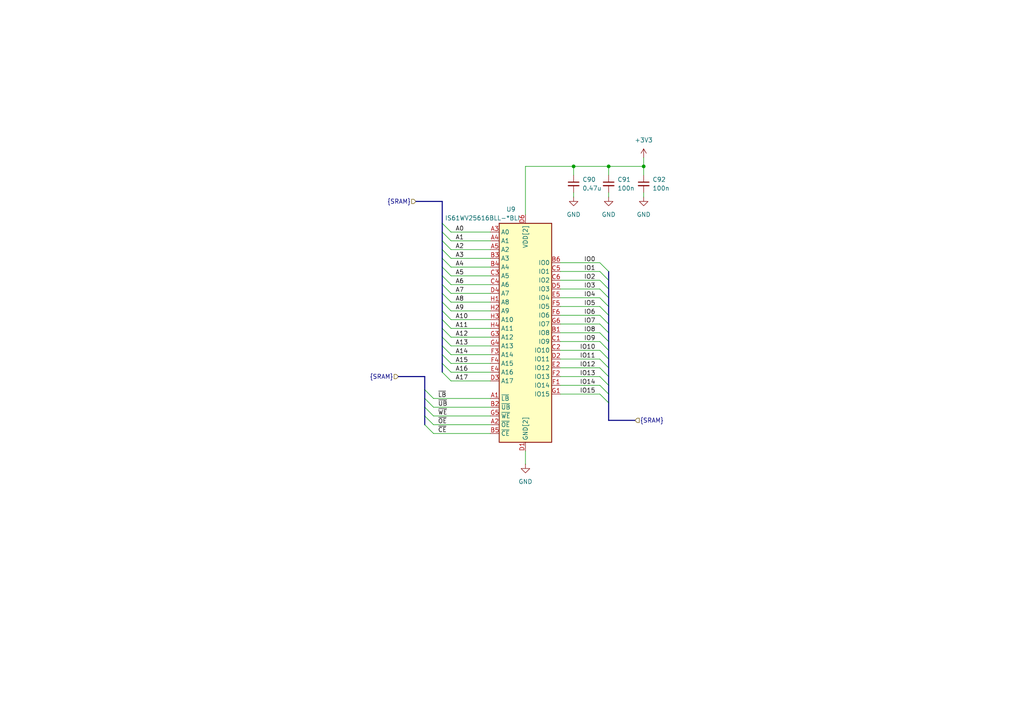
<source format=kicad_sch>
(kicad_sch (version 20231120) (generator "eeschema") (generator_version "8.0")
  (paper "A4")
  (title_block (title "${Project Designation}") (date "2024-06-30") (rev "${Revision}") (comment 1 "${Project Title}") (comment 2 "SRAM") (comment 3 "${Part Number}"))
  (lib_symbols
    (symbol "Device:C_Small" (pin_numbers hide) (pin_names (offset 0.254) hide)
      (property "Reference" "C" (at 0.254 1.778 0))
      (property "Value" "C_Small" (at 0.254 -2.032 0))
      (symbol "C_Small_0_1"
        (polyline (pts (xy -1.524 -0.508) (xy 1.524 -0.508)) (stroke (width 0.3302)))
        (polyline (pts (xy -1.524 0.508) (xy 1.524 0.508)) (stroke (width 0.3048)))
      )
      (symbol "C_Small_1_1"
        (pin passive line (at 0 2.54 270) (length 2.032) (name "~") (number "1"))
        (pin passive line (at 0 -2.54 90) (length 2.032) (name "~") (number "2"))
      )
    )
    (symbol "ECAP5-BSOM:IS61WV25616BLL-*BLI"
      (property "Reference" "U" (at -7.62 31.75 0))
      (property "Value" "IS61WV25616BLL-*BLI" (at 1.27 31.496 0))
      (symbol "IS61WV25616BLL-*BLI_0_1"
        (rectangle (start -7.62 30.48) (end 7.62 -33.02) (stroke (width 0.254)) (fill (type background)))
      )
      (symbol "IS61WV25616BLL-*BLI_1_0"
        (pin no_connect non_logic (at 2.54 -35.56 90) (length 2.54) hide (name "NC[5]") (number ""))
        (pin input line (at -10.16 -20.32 0) (length 2.54) (name "~{LB}") (number "A1"))
        (pin input line (at -10.16 -27.94 0) (length 2.54) (name "~{OE}") (number "A2"))
        (pin input line (at -10.16 27.94 0) (length 2.54) (name "A0") (number "A3"))
        (pin input line (at -10.16 25.4 0) (length 2.54) (name "A1") (number "A4"))
        (pin input line (at -10.16 22.86 0) (length 2.54) (name "A2") (number "A5"))
        (pin no_connect line (at 2.54 -35.56 90) (length 2.54) hide (name "NC") (number "A6"))
        (pin bidirectional line (at 10.16 -1.27 180) (length 2.54) (name "IO8") (number "B1"))
        (pin input line (at -10.16 -22.86 0) (length 2.54) (name "~{UB}") (number "B2"))
        (pin input line (at -10.16 20.32 0) (length 2.54) (name "A3") (number "B3"))
        (pin input line (at -10.16 17.78 0) (length 2.54) (name "A4") (number "B4"))
        (pin input line (at -10.16 -30.48 0) (length 2.54) (name "~{CE}") (number "B5"))
        (pin bidirectional line (at 10.16 19.05 180) (length 2.54) (name "IO0") (number "B6"))
        (pin bidirectional line (at 10.16 -3.81 180) (length 2.54) (name "IO9") (number "C1"))
        (pin bidirectional line (at 10.16 -6.35 180) (length 2.54) (name "IO10") (number "C2"))
        (pin input line (at -10.16 15.24 0) (length 2.54) (name "A5") (number "C3"))
        (pin input line (at -10.16 12.7 0) (length 2.54) (name "A6") (number "C4"))
        (pin bidirectional line (at 10.16 16.51 180) (length 2.54) (name "IO1") (number "C5"))
        (pin bidirectional line (at 10.16 13.97 180) (length 2.54) (name "IO2") (number "C6"))
        (pin power_in line (at 0 -35.56 90) (length 2.54) (name "GND[2]") (number "D1"))
        (pin bidirectional line (at 10.16 -8.89 180) (length 2.54) (name "IO11") (number "D2"))
        (pin input line (at -10.16 -15.24 0) (length 2.54) (name "A17") (number "D3"))
        (pin input line (at -10.16 10.16 0) (length 2.54) (name "A7") (number "D4"))
        (pin bidirectional line (at 10.16 11.43 180) (length 2.54) (name "IO3") (number "D5"))
        (pin power_in line (at 0 33.02 270) (length 2.54) (name "VDD[2]") (number "D6"))
        (pin passive line (at 0 33.02 270) (length 2.54) hide (name "VDD") (number "E1"))
        (pin bidirectional line (at 10.16 -11.43 180) (length 2.54) (name "IO12") (number "E2"))
        (pin no_connect line (at 2.54 -35.56 90) (length 2.54) hide (name "NC") (number "E3"))
        (pin input line (at -10.16 -12.7 0) (length 2.54) (name "A16") (number "E4"))
        (pin bidirectional line (at 10.16 8.89 180) (length 2.54) (name "IO4") (number "E5"))
        (pin passive line (at 0 -35.56 90) (length 2.54) hide (name "GND") (number "E6"))
        (pin bidirectional line (at 10.16 -16.51 180) (length 2.54) (name "IO14") (number "F1"))
        (pin bidirectional line (at 10.16 -13.97 180) (length 2.54) (name "IO13") (number "F2"))
        (pin input line (at -10.16 -7.62 0) (length 2.54) (name "A14") (number "F3"))
        (pin input line (at -10.16 -10.16 0) (length 2.54) (name "A15") (number "F4"))
        (pin bidirectional line (at 10.16 6.35 180) (length 2.54) (name "IO5") (number "F5"))
        (pin bidirectional line (at 10.16 3.81 180) (length 2.54) (name "IO6") (number "F6"))
        (pin bidirectional line (at 10.16 -19.05 180) (length 2.54) (name "IO15") (number "G1"))
        (pin no_connect line (at 2.54 -35.56 90) (length 2.54) hide (name "NC") (number "G2"))
        (pin input line (at -10.16 -2.54 0) (length 2.54) (name "A12") (number "G3"))
        (pin input line (at -10.16 -5.08 0) (length 2.54) (name "A13") (number "G4"))
        (pin input line (at -10.16 -25.4 0) (length 2.54) (name "~{WE}") (number "G5"))
        (pin bidirectional line (at 10.16 1.27 180) (length 2.54) (name "IO7") (number "G6"))
        (pin input line (at -10.16 7.62 0) (length 2.54) (name "A8") (number "H1"))
        (pin no_connect line (at 2.54 -35.56 90) (length 2.54) hide (name "NC") (number "H1"))
        (pin input line (at -10.16 5.08 0) (length 2.54) (name "A9") (number "H2"))
        (pin input line (at -10.16 2.54 0) (length 2.54) (name "A10") (number "H3"))
        (pin input line (at -10.16 0 0) (length 2.54) (name "A11") (number "H4"))
        (pin no_connect line (at 2.54 -35.56 90) (length 2.54) hide (name "NC") (number "H6"))
      )
    )
    (symbol "power:+3V3" (power) (pin_numbers hide) (pin_names (offset 0) hide)
      (property "Value" "+3V3" (at 0 3.556 0))
      (symbol "+3V3_0_1"
        (polyline (pts (xy -0.762 1.27) (xy 0 2.54)))
        (polyline (pts (xy 0 0) (xy 0 2.54)))
        (polyline (pts (xy 0 2.54) (xy 0.762 1.27)))
      )
      (symbol "+3V3_1_1"
        (pin power_in line (at 0 0 90) (length 0) (name "~") (number "1"))
      )
    )
    (symbol "power:GND" (power) (pin_numbers hide) (pin_names (offset 0) hide)
      (property "Value" "GND" (at 0 -3.81 0))
      (symbol "GND_0_1"
        (polyline (pts (xy 0 0) (xy 0 -1.27) (xy 1.27 -1.27) (xy 0 -2.54) (xy -1.27 -1.27) (xy 0 -1.27)))
      )
      (symbol "GND_1_1"
        (pin power_in line (at 0 0 270) (length 0) (name "~") (number "1"))
      )
    )
  )
  (bus_alias "SRAM" (members "~{LB}" "~{UB}" "~{WE}" "~{OE}" "~{CE}" "A[0..17]" "IO[0..15]"))
  (junction (at 186.69 48.26))
  (junction (at 176.53 48.26))
  (junction (at 166.37 48.26))
  (bus_entry (at 128.27 100.33) (size 2.54 2.54))
  (bus_entry (at 176.53 104.14) (size -2.54 -2.54))
  (bus_entry (at 128.27 102.87) (size 2.54 2.54))
  (bus_entry (at 128.27 72.39) (size 2.54 2.54))
  (bus_entry (at 123.19 123.19) (size 2.54 2.54))
  (bus_entry (at 176.53 109.22) (size -2.54 -2.54))
  (bus_entry (at 123.19 113.03) (size 2.54 2.54))
  (bus_entry (at 128.27 90.17) (size 2.54 2.54))
  (bus_entry (at 128.27 105.41) (size 2.54 2.54))
  (bus_entry (at 176.53 99.06) (size -2.54 -2.54))
  (bus_entry (at 128.27 69.85) (size 2.54 2.54))
  (bus_entry (at 176.53 91.44) (size -2.54 -2.54))
  (bus_entry (at 128.27 82.55) (size 2.54 2.54))
  (bus_entry (at 128.27 97.79) (size 2.54 2.54))
  (bus_entry (at 176.53 78.74) (size -2.54 -2.54))
  (bus_entry (at 176.53 86.36) (size -2.54 -2.54))
  (bus_entry (at 176.53 114.3) (size -2.54 -2.54))
  (bus_entry (at 123.19 115.57) (size 2.54 2.54))
  (bus_entry (at 128.27 67.31) (size 2.54 2.54))
  (bus_entry (at 128.27 64.77) (size 2.54 2.54))
  (bus_entry (at 128.27 80.01) (size 2.54 2.54))
  (bus_entry (at 176.53 81.28) (size -2.54 -2.54))
  (bus_entry (at 176.53 116.84) (size -2.54 -2.54))
  (bus_entry (at 128.27 87.63) (size 2.54 2.54))
  (bus_entry (at 176.53 96.52) (size -2.54 -2.54))
  (bus_entry (at 128.27 95.25) (size 2.54 2.54))
  (bus_entry (at 176.53 101.6) (size -2.54 -2.54))
  (bus_entry (at 176.53 93.98) (size -2.54 -2.54))
  (bus_entry (at 128.27 74.93) (size 2.54 2.54))
  (bus_entry (at 176.53 83.82) (size -2.54 -2.54))
  (bus_entry (at 128.27 92.71) (size 2.54 2.54))
  (bus_entry (at 123.19 120.65) (size 2.54 2.54))
  (bus_entry (at 176.53 88.9) (size -2.54 -2.54))
  (bus_entry (at 176.53 106.68) (size -2.54 -2.54))
  (bus_entry (at 128.27 85.09) (size 2.54 2.54))
  (bus_entry (at 128.27 77.47) (size 2.54 2.54))
  (bus_entry (at 176.53 111.76) (size -2.54 -2.54))
  (bus_entry (at 123.19 118.11) (size 2.54 2.54))
  (bus_entry (at 128.27 107.95) (size 2.54 2.54))
  (wire (pts (xy 162.56 104.14) (xy 173.99 104.14)))
  (bus (pts (xy 128.27 92.71) (xy 128.27 90.17)))
  (wire (pts (xy 173.99 96.52) (xy 162.56 96.52)))
  (bus (pts (xy 176.53 101.6) (xy 176.53 99.06)))
  (wire (pts (xy 162.56 78.74) (xy 173.99 78.74)))
  (wire (pts (xy 125.73 123.19) (xy 142.24 123.19)))
  (wire (pts (xy 152.4 48.26) (xy 166.37 48.26)))
  (wire (pts (xy 173.99 81.28) (xy 162.56 81.28)))
  (bus (pts (xy 128.27 74.93) (xy 128.27 72.39)))
  (bus (pts (xy 128.27 97.79) (xy 128.27 95.25)))
  (wire (pts (xy 130.81 95.25) (xy 142.24 95.25)))
  (bus (pts (xy 120.65 58.42) (xy 128.27 58.42)))
  (bus (pts (xy 128.27 102.87) (xy 128.27 100.33)))
  (bus (pts (xy 128.27 100.33) (xy 128.27 97.79)))
  (bus (pts (xy 123.19 113.03) (xy 123.19 115.57)))
  (wire (pts (xy 176.53 48.26) (xy 166.37 48.26)))
  (bus (pts (xy 128.27 72.39) (xy 128.27 69.85)))
  (wire (pts (xy 162.56 109.22) (xy 173.99 109.22)))
  (bus (pts (xy 176.53 96.52) (xy 176.53 93.98)))
  (bus (pts (xy 123.19 109.22) (xy 123.19 113.03)))
  (bus (pts (xy 176.53 88.9) (xy 176.53 86.36)))
  (bus (pts (xy 128.27 90.17) (xy 128.27 87.63)))
  (bus (pts (xy 176.53 116.84) (xy 176.53 114.3)))
  (wire (pts (xy 130.81 107.95) (xy 142.24 107.95)))
  (bus (pts (xy 128.27 67.31) (xy 128.27 64.77)))
  (bus (pts (xy 176.53 111.76) (xy 176.53 109.22)))
  (wire (pts (xy 130.81 92.71) (xy 142.24 92.71)))
  (bus (pts (xy 128.27 77.47) (xy 128.27 74.93)))
  (wire (pts (xy 162.56 93.98) (xy 173.99 93.98)))
  (bus (pts (xy 128.27 80.01) (xy 128.27 77.47)))
  (wire (pts (xy 162.56 99.06) (xy 173.99 99.06)))
  (wire (pts (xy 125.73 120.65) (xy 142.24 120.65)))
  (bus (pts (xy 128.27 69.85) (xy 128.27 67.31)))
  (bus (pts (xy 115.57 109.22) (xy 123.19 109.22)))
  (wire (pts (xy 173.99 76.2) (xy 162.56 76.2)))
  (wire (pts (xy 125.73 115.57) (xy 142.24 115.57)))
  (wire (pts (xy 130.81 97.79) (xy 142.24 97.79)))
  (bus (pts (xy 176.53 114.3) (xy 176.53 111.76)))
  (wire (pts (xy 130.81 80.01) (xy 142.24 80.01)))
  (wire (pts (xy 176.53 48.26) (xy 186.69 48.26)))
  (wire (pts (xy 176.53 55.88) (xy 176.53 57.15)))
  (bus (pts (xy 176.53 104.14) (xy 176.53 101.6)))
  (wire (pts (xy 130.81 82.55) (xy 142.24 82.55)))
  (bus (pts (xy 176.53 109.22) (xy 176.53 106.68)))
  (bus (pts (xy 128.27 107.95) (xy 128.27 105.41)))
  (bus (pts (xy 176.53 81.28) (xy 176.53 78.74)))
  (wire (pts (xy 166.37 48.26) (xy 166.37 50.8)))
  (bus (pts (xy 176.53 106.68) (xy 176.53 104.14)))
  (bus (pts (xy 176.53 83.82) (xy 176.53 81.28)))
  (bus (pts (xy 123.19 118.11) (xy 123.19 115.57)))
  (bus (pts (xy 123.19 120.65) (xy 123.19 123.19)))
  (bus (pts (xy 128.27 105.41) (xy 128.27 102.87)))
  (bus (pts (xy 176.53 93.98) (xy 176.53 91.44)))
  (bus (pts (xy 176.53 99.06) (xy 176.53 96.52)))
  (wire (pts (xy 125.73 118.11) (xy 142.24 118.11)))
  (bus (pts (xy 128.27 95.25) (xy 128.27 92.71)))
  (wire (pts (xy 130.81 74.93) (xy 142.24 74.93)))
  (wire (pts (xy 130.81 87.63) (xy 142.24 87.63)))
  (wire (pts (xy 130.81 69.85) (xy 142.24 69.85)))
  (wire (pts (xy 173.99 91.44) (xy 162.56 91.44)))
  (wire (pts (xy 130.81 110.49) (xy 142.24 110.49)))
  (bus (pts (xy 123.19 118.11) (xy 123.19 120.65)))
  (wire (pts (xy 173.99 86.36) (xy 162.56 86.36)))
  (wire (pts (xy 130.81 77.47) (xy 142.24 77.47)))
  (wire (pts (xy 173.99 111.76) (xy 162.56 111.76)))
  (bus (pts (xy 128.27 87.63) (xy 128.27 85.09)))
  (wire (pts (xy 130.81 72.39) (xy 142.24 72.39)))
  (wire (pts (xy 186.69 45.72) (xy 186.69 48.26)))
  (wire (pts (xy 152.4 48.26) (xy 152.4 62.23)))
  (wire (pts (xy 176.53 48.26) (xy 176.53 50.8)))
  (wire (pts (xy 130.81 85.09) (xy 142.24 85.09)))
  (bus (pts (xy 128.27 58.42) (xy 128.27 64.77)))
  (wire (pts (xy 186.69 55.88) (xy 186.69 57.15)))
  (wire (pts (xy 130.81 100.33) (xy 142.24 100.33)))
  (wire (pts (xy 173.99 101.6) (xy 162.56 101.6)))
  (wire (pts (xy 130.81 102.87) (xy 142.24 102.87)))
  (wire (pts (xy 130.81 105.41) (xy 142.24 105.41)))
  (bus (pts (xy 128.27 85.09) (xy 128.27 82.55)))
  (bus (pts (xy 128.27 82.55) (xy 128.27 80.01)))
  (wire (pts (xy 162.56 114.3) (xy 173.99 114.3)))
  (wire (pts (xy 130.81 67.31) (xy 142.24 67.31)))
  (wire (pts (xy 162.56 83.82) (xy 173.99 83.82)))
  (wire (pts (xy 125.73 125.73) (xy 142.24 125.73)))
  (wire (pts (xy 152.4 130.81) (xy 152.4 134.62)))
  (wire (pts (xy 162.56 88.9) (xy 173.99 88.9)))
  (bus (pts (xy 176.53 86.36) (xy 176.53 83.82)))
  (bus (pts (xy 176.53 91.44) (xy 176.53 88.9)))
  (bus (pts (xy 176.53 121.92) (xy 176.53 116.84)))
  (wire (pts (xy 130.81 90.17) (xy 142.24 90.17)))
  (bus (pts (xy 176.53 121.92) (xy 184.15 121.92)))
  (wire (pts (xy 166.37 55.88) (xy 166.37 57.15)))
  (wire (pts (xy 173.99 106.68) (xy 162.56 106.68)))
  (wire (pts (xy 186.69 48.26) (xy 186.69 50.8)))
  (label "IO4" (at 172.72 86.36 180))
  (label "A1" (at 132.08 69.85 0))
  (label "IO9" (at 172.72 99.06 180))
  (label "A10" (at 132.08 92.71 0))
  (label "~{CE}" (at 127 125.73 0))
  (label "A0" (at 132.08 67.31 0))
  (label "IO8" (at 172.72 96.52 180))
  (label "A6" (at 132.08 82.55 0))
  (label "A3" (at 132.08 74.93 0))
  (label "~{UB}" (at 127 118.11 0))
  (label "A9" (at 132.08 90.17 0))
  (label "A16" (at 132.08 107.95 0))
  (label "A7" (at 132.08 85.09 0))
  (label "IO5" (at 172.72 88.9 180))
  (label "A8" (at 132.08 87.63 0))
  (label "A4" (at 132.08 77.47 0))
  (label "A11" (at 132.08 95.25 0))
  (label "IO14" (at 172.72 111.76 180))
  (label "A13" (at 132.08 100.33 0))
  (label "IO0" (at 172.72 76.2 180))
  (label "IO13" (at 172.72 109.22 180))
  (label "~{WE}" (at 127 120.65 0))
  (label "A15" (at 132.08 105.41 0))
  (label "A12" (at 132.08 97.79 0))
  (label "IO10" (at 172.72 101.6 180))
  (label "~{LB}" (at 127 115.57 0))
  (label "A17" (at 132.08 110.49 0))
  (label "IO15" (at 172.72 114.3 180))
  (label "A14" (at 132.08 102.87 0))
  (label "IO1" (at 172.72 78.74 180))
  (label "~{OE}" (at 127 123.19 0))
  (label "IO2" (at 172.72 81.28 180))
  (label "IO6" (at 172.72 91.44 180))
  (label "IO3" (at 172.72 83.82 180))
  (label "A2" (at 132.08 72.39 0))
  (label "A5" (at 132.08 80.01 0))
  (label "IO12" (at 172.72 106.68 180))
  (label "IO7" (at 172.72 93.98 180))
  (label "IO11" (at 172.72 104.14 180))
  (hierarchical_label "{SRAM}" (shape input) (at 115.57 109.22 180))
  (hierarchical_label "{SRAM}" (shape input) (at 184.15 121.92 0))
  (hierarchical_label "{SRAM}" (shape input) (at 120.65 58.42 180))
  (symbol (lib_id "power:GND") (at 152.4 134.62 0) (unit 1)
    (property "Reference" "#PWR094" (effects (hide yes)))
    (property "Value" "GND" (at 152.4 139.7 0))
    (property "Description" "Power symbol creates a global label with name \"GND\" , ground" (effects (hide yes)))
  )
  (symbol (lib_id "Device:C_Small") (at 166.37 53.34 0) (unit 1)
    (property "Reference" "C90" (at 168.91 52.0762 0) (effects (justify left)))
    (property "Value" "0.47u" (at 168.91 54.6162 0) (effects (justify left)))
    (property "Description" "Unpolarized capacitor, small symbol" (effects (hide yes)))
  )
  (symbol (lib_id "Device:C_Small") (at 176.53 53.34 0) (unit 1)
    (property "Reference" "C91" (at 179.07 52.0762 0) (effects (justify left)))
    (property "Value" "100n" (at 179.07 54.6162 0) (effects (justify left)))
    (property "Description" "Unpolarized capacitor, small symbol" (effects (hide yes)))
  )
  (symbol (lib_id "power:GND") (at 186.69 57.15 0) (unit 1)
    (property "Reference" "#PWR093" (effects (hide yes)))
    (property "Value" "GND" (at 186.69 62.23 0))
    (property "Description" "Power symbol creates a global label with name \"GND\" , ground" (effects (hide yes)))
  )
  (symbol (lib_id "Device:C_Small") (at 186.69 53.34 0) (unit 1)
    (property "Reference" "C92" (at 189.23 52.0762 0) (effects (justify left)))
    (property "Value" "100n" (at 189.23 54.6162 0) (effects (justify left)))
    (property "Description" "Unpolarized capacitor, small symbol" (effects (hide yes)))
  )
  (symbol (lib_id "power:+3V3") (at 186.69 45.72 0) (unit 1)
    (property "Reference" "#PWR090" (effects (hide yes)))
    (property "Value" "+3V3" (at 186.69 40.64 0))
    (property "Description" "Power symbol creates a global label with name \"+3V3\"" (effects (hide yes)))
  )
  (symbol (lib_id "ECAP5-BSOM:IS61WV25616BLL-*BLI") (at 152.4 95.25 0) (unit 1)
    (property "Reference" "U9" (at 146.812 60.706 0) (effects (justify left)))
    (property "Value" "IS61WV25616BLL-*BLI" (at 129.032 63.246 0) (effects (justify left)))
    (property "Datasheet" "https://www.mouser.fr/datasheet/2/198/61_64WV25616-475188.pdf" (effects (hide yes)))
    (property "Description" "256K x 16 HIGH SPEED ASYNCHRONOUS CMOS STATIC RAM" (effects (hide yes)))
  )
  (symbol (lib_id "power:GND") (at 166.37 57.15 0) (unit 1)
    (property "Reference" "#PWR091" (effects (hide yes)))
    (property "Value" "GND" (at 166.37 62.23 0))
    (property "Description" "Power symbol creates a global label with name \"GND\" , ground" (effects (hide yes)))
  )
  (symbol (lib_id "power:GND") (at 176.53 57.15 0) (unit 1)
    (property "Reference" "#PWR092" (effects (hide yes)))
    (property "Value" "GND" (at 176.53 62.23 0))
    (property "Description" "Power symbol creates a global label with name \"GND\" , ground" (effects (hide yes)))
  )
)
</source>
